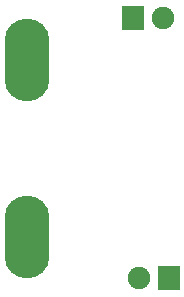
<source format=gbr>
G04 #@! TF.GenerationSoftware,KiCad,Pcbnew,5.0.2*
G04 #@! TF.CreationDate,2019-11-03T11:13:19+01:00*
G04 #@! TF.ProjectId,Tiny13-Nachtlicht,54696e79-3133-42d4-9e61-6368746c6963,rev?*
G04 #@! TF.SameCoordinates,Original*
G04 #@! TF.FileFunction,Copper,L1,Top*
G04 #@! TF.FilePolarity,Positive*
%FSLAX46Y46*%
G04 Gerber Fmt 4.6, Leading zero omitted, Abs format (unit mm)*
G04 Created by KiCad (PCBNEW 5.0.2) date Sun Nov  3 11:13:19 2019*
%MOMM*%
%LPD*%
G01*
G04 APERTURE LIST*
G04 #@! TA.AperFunction,ComponentPad*
%ADD10R,1.900000X2.000000*%
G04 #@! TD*
G04 #@! TA.AperFunction,ComponentPad*
%ADD11C,1.900000*%
G04 #@! TD*
G04 #@! TA.AperFunction,ComponentPad*
%ADD12O,3.800000X7.000000*%
G04 #@! TD*
G04 APERTURE END LIST*
D10*
G04 #@! TO.P,D1,1*
G04 #@! TO.N,Net-(C2-Pad1)*
X145000000Y-114000000D03*
D11*
G04 #@! TO.P,D1,2*
G04 #@! TO.N,GND*
X142460000Y-114000000D03*
G04 #@! TD*
G04 #@! TO.P,D2,2*
G04 #@! TO.N,Net-(D2-Pad2)*
X144540000Y-92000000D03*
D10*
G04 #@! TO.P,D2,1*
G04 #@! TO.N,GND*
X142000000Y-92000000D03*
G04 #@! TD*
D12*
G04 #@! TO.P,B1,-*
G04 #@! TO.N,GND*
X133000000Y-110500000D03*
G04 #@! TO.P,B1,+*
G04 #@! TO.N,/Vcc*
X133000000Y-95500000D03*
G04 #@! TD*
M02*

</source>
